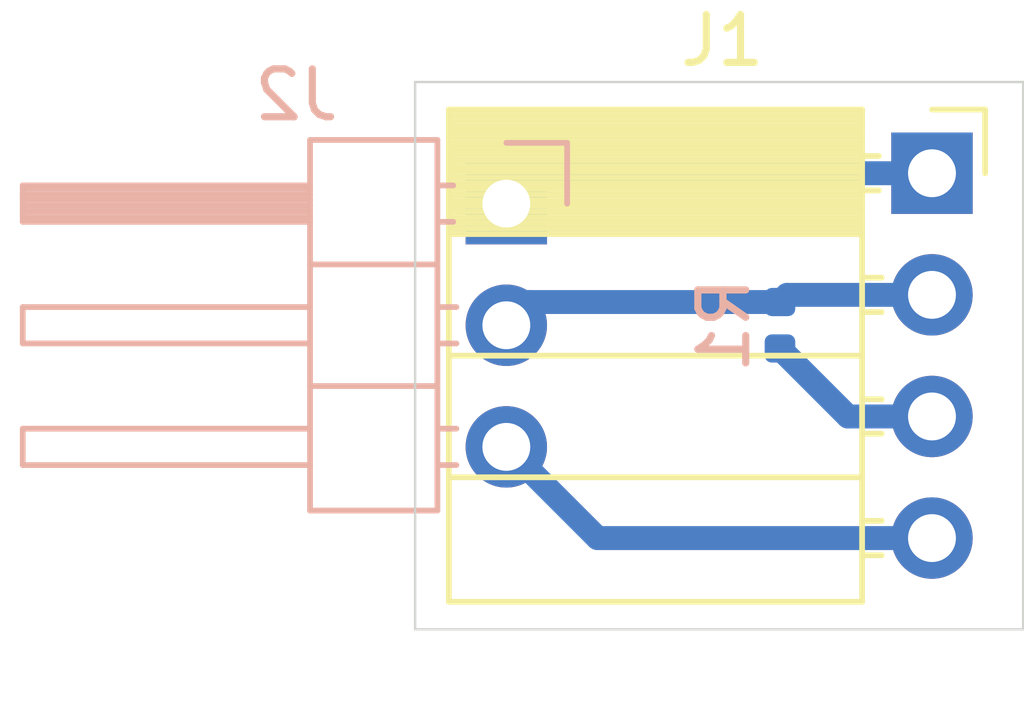
<source format=kicad_pcb>
(kicad_pcb (version 20171130) (host pcbnew 5.1.4-e60b266~84~ubuntu18.04.1)

  (general
    (thickness 1.6)
    (drawings 4)
    (tracks 10)
    (zones 0)
    (modules 3)
    (nets 5)
  )

  (page A4)
  (layers
    (0 F.Cu signal)
    (31 B.Cu signal)
    (32 B.Adhes user)
    (33 F.Adhes user)
    (34 B.Paste user)
    (35 F.Paste user)
    (36 B.SilkS user)
    (37 F.SilkS user)
    (38 B.Mask user)
    (39 F.Mask user)
    (40 Dwgs.User user)
    (41 Cmts.User user)
    (42 Eco1.User user)
    (43 Eco2.User user)
    (44 Edge.Cuts user)
    (45 Margin user)
    (46 B.CrtYd user)
    (47 F.CrtYd user)
    (48 B.Fab user)
    (49 F.Fab user)
  )

  (setup
    (last_trace_width 0.5)
    (trace_clearance 0.2)
    (zone_clearance 0.508)
    (zone_45_only no)
    (trace_min 0.2)
    (via_size 0.8)
    (via_drill 0.4)
    (via_min_size 0.4)
    (via_min_drill 0.3)
    (uvia_size 0.3)
    (uvia_drill 0.1)
    (uvias_allowed no)
    (uvia_min_size 0.2)
    (uvia_min_drill 0.1)
    (edge_width 0.05)
    (segment_width 0.2)
    (pcb_text_width 0.3)
    (pcb_text_size 1.5 1.5)
    (mod_edge_width 0.12)
    (mod_text_size 1 1)
    (mod_text_width 0.15)
    (pad_size 1.524 1.524)
    (pad_drill 0.762)
    (pad_to_mask_clearance 0.051)
    (solder_mask_min_width 0.25)
    (aux_axis_origin 0 0)
    (visible_elements FFFFFF7F)
    (pcbplotparams
      (layerselection 0x010fc_ffffffff)
      (usegerberextensions false)
      (usegerberattributes false)
      (usegerberadvancedattributes false)
      (creategerberjobfile false)
      (excludeedgelayer true)
      (linewidth 0.100000)
      (plotframeref false)
      (viasonmask false)
      (mode 1)
      (useauxorigin false)
      (hpglpennumber 1)
      (hpglpenspeed 20)
      (hpglpendiameter 15.000000)
      (psnegative false)
      (psa4output false)
      (plotreference true)
      (plotvalue true)
      (plotinvisibletext false)
      (padsonsilk false)
      (subtractmaskfromsilk false)
      (outputformat 1)
      (mirror false)
      (drillshape 0)
      (scaleselection 1)
      (outputdirectory "Gerber/"))
  )

  (net 0 "")
  (net 1 VDD)
  (net 2 "Net-(J1-Pad2)")
  (net 3 "Net-(J1-Pad3)")
  (net 4 GND)

  (net_class Default "This is the default net class."
    (clearance 0.2)
    (trace_width 0.5)
    (via_dia 0.8)
    (via_drill 0.4)
    (uvia_dia 0.3)
    (uvia_drill 0.1)
    (add_net GND)
    (add_net "Net-(J1-Pad2)")
    (add_net "Net-(J1-Pad3)")
    (add_net VDD)
  )

  (module Connector_PinHeader_2.54mm:PinHeader_1x03_P2.54mm_Horizontal (layer B.Cu) (tedit 59FED5CB) (tstamp 5DC8F43E)
    (at 64.135 38.1 180)
    (descr "Through hole angled pin header, 1x03, 2.54mm pitch, 6mm pin length, single row")
    (tags "Through hole angled pin header THT 1x03 2.54mm single row")
    (path /5DC8979F)
    (fp_text reference J2 (at 4.385 2.27) (layer B.SilkS)
      (effects (font (size 1 1) (thickness 0.15)) (justify mirror))
    )
    (fp_text value Conn_01x03 (at 4.385 -7.35) (layer B.Fab)
      (effects (font (size 1 1) (thickness 0.15)) (justify mirror))
    )
    (fp_text user %R (at 2.77 -2.54 270) (layer B.Fab)
      (effects (font (size 1 1) (thickness 0.15)) (justify mirror))
    )
    (fp_line (start 10.55 1.8) (end -1.8 1.8) (layer B.CrtYd) (width 0.05))
    (fp_line (start 10.55 -6.85) (end 10.55 1.8) (layer B.CrtYd) (width 0.05))
    (fp_line (start -1.8 -6.85) (end 10.55 -6.85) (layer B.CrtYd) (width 0.05))
    (fp_line (start -1.8 1.8) (end -1.8 -6.85) (layer B.CrtYd) (width 0.05))
    (fp_line (start -1.27 1.27) (end 0 1.27) (layer B.SilkS) (width 0.12))
    (fp_line (start -1.27 0) (end -1.27 1.27) (layer B.SilkS) (width 0.12))
    (fp_line (start 1.042929 -5.46) (end 1.44 -5.46) (layer B.SilkS) (width 0.12))
    (fp_line (start 1.042929 -4.7) (end 1.44 -4.7) (layer B.SilkS) (width 0.12))
    (fp_line (start 10.1 -5.46) (end 4.1 -5.46) (layer B.SilkS) (width 0.12))
    (fp_line (start 10.1 -4.7) (end 10.1 -5.46) (layer B.SilkS) (width 0.12))
    (fp_line (start 4.1 -4.7) (end 10.1 -4.7) (layer B.SilkS) (width 0.12))
    (fp_line (start 1.44 -3.81) (end 4.1 -3.81) (layer B.SilkS) (width 0.12))
    (fp_line (start 1.042929 -2.92) (end 1.44 -2.92) (layer B.SilkS) (width 0.12))
    (fp_line (start 1.042929 -2.16) (end 1.44 -2.16) (layer B.SilkS) (width 0.12))
    (fp_line (start 10.1 -2.92) (end 4.1 -2.92) (layer B.SilkS) (width 0.12))
    (fp_line (start 10.1 -2.16) (end 10.1 -2.92) (layer B.SilkS) (width 0.12))
    (fp_line (start 4.1 -2.16) (end 10.1 -2.16) (layer B.SilkS) (width 0.12))
    (fp_line (start 1.44 -1.27) (end 4.1 -1.27) (layer B.SilkS) (width 0.12))
    (fp_line (start 1.11 -0.38) (end 1.44 -0.38) (layer B.SilkS) (width 0.12))
    (fp_line (start 1.11 0.38) (end 1.44 0.38) (layer B.SilkS) (width 0.12))
    (fp_line (start 4.1 -0.28) (end 10.1 -0.28) (layer B.SilkS) (width 0.12))
    (fp_line (start 4.1 -0.16) (end 10.1 -0.16) (layer B.SilkS) (width 0.12))
    (fp_line (start 4.1 -0.04) (end 10.1 -0.04) (layer B.SilkS) (width 0.12))
    (fp_line (start 4.1 0.08) (end 10.1 0.08) (layer B.SilkS) (width 0.12))
    (fp_line (start 4.1 0.2) (end 10.1 0.2) (layer B.SilkS) (width 0.12))
    (fp_line (start 4.1 0.32) (end 10.1 0.32) (layer B.SilkS) (width 0.12))
    (fp_line (start 10.1 -0.38) (end 4.1 -0.38) (layer B.SilkS) (width 0.12))
    (fp_line (start 10.1 0.38) (end 10.1 -0.38) (layer B.SilkS) (width 0.12))
    (fp_line (start 4.1 0.38) (end 10.1 0.38) (layer B.SilkS) (width 0.12))
    (fp_line (start 4.1 1.33) (end 1.44 1.33) (layer B.SilkS) (width 0.12))
    (fp_line (start 4.1 -6.41) (end 4.1 1.33) (layer B.SilkS) (width 0.12))
    (fp_line (start 1.44 -6.41) (end 4.1 -6.41) (layer B.SilkS) (width 0.12))
    (fp_line (start 1.44 1.33) (end 1.44 -6.41) (layer B.SilkS) (width 0.12))
    (fp_line (start 4.04 -5.4) (end 10.04 -5.4) (layer B.Fab) (width 0.1))
    (fp_line (start 10.04 -4.76) (end 10.04 -5.4) (layer B.Fab) (width 0.1))
    (fp_line (start 4.04 -4.76) (end 10.04 -4.76) (layer B.Fab) (width 0.1))
    (fp_line (start -0.32 -5.4) (end 1.5 -5.4) (layer B.Fab) (width 0.1))
    (fp_line (start -0.32 -4.76) (end -0.32 -5.4) (layer B.Fab) (width 0.1))
    (fp_line (start -0.32 -4.76) (end 1.5 -4.76) (layer B.Fab) (width 0.1))
    (fp_line (start 4.04 -2.86) (end 10.04 -2.86) (layer B.Fab) (width 0.1))
    (fp_line (start 10.04 -2.22) (end 10.04 -2.86) (layer B.Fab) (width 0.1))
    (fp_line (start 4.04 -2.22) (end 10.04 -2.22) (layer B.Fab) (width 0.1))
    (fp_line (start -0.32 -2.86) (end 1.5 -2.86) (layer B.Fab) (width 0.1))
    (fp_line (start -0.32 -2.22) (end -0.32 -2.86) (layer B.Fab) (width 0.1))
    (fp_line (start -0.32 -2.22) (end 1.5 -2.22) (layer B.Fab) (width 0.1))
    (fp_line (start 4.04 -0.32) (end 10.04 -0.32) (layer B.Fab) (width 0.1))
    (fp_line (start 10.04 0.32) (end 10.04 -0.32) (layer B.Fab) (width 0.1))
    (fp_line (start 4.04 0.32) (end 10.04 0.32) (layer B.Fab) (width 0.1))
    (fp_line (start -0.32 -0.32) (end 1.5 -0.32) (layer B.Fab) (width 0.1))
    (fp_line (start -0.32 0.32) (end -0.32 -0.32) (layer B.Fab) (width 0.1))
    (fp_line (start -0.32 0.32) (end 1.5 0.32) (layer B.Fab) (width 0.1))
    (fp_line (start 1.5 0.635) (end 2.135 1.27) (layer B.Fab) (width 0.1))
    (fp_line (start 1.5 -6.35) (end 1.5 0.635) (layer B.Fab) (width 0.1))
    (fp_line (start 4.04 -6.35) (end 1.5 -6.35) (layer B.Fab) (width 0.1))
    (fp_line (start 4.04 1.27) (end 4.04 -6.35) (layer B.Fab) (width 0.1))
    (fp_line (start 2.135 1.27) (end 4.04 1.27) (layer B.Fab) (width 0.1))
    (pad 3 thru_hole oval (at 0 -5.08 180) (size 1.7 1.7) (drill 1) (layers *.Cu *.Mask)
      (net 4 GND))
    (pad 2 thru_hole oval (at 0 -2.54 180) (size 1.7 1.7) (drill 1) (layers *.Cu *.Mask)
      (net 2 "Net-(J1-Pad2)"))
    (pad 1 thru_hole rect (at 0 0 180) (size 1.7 1.7) (drill 1) (layers *.Cu *.Mask)
      (net 1 VDD))
    (model ${KISYS3DMOD}/Connector_PinHeader_2.54mm.3dshapes/PinHeader_1x03_P2.54mm_Horizontal.wrl
      (at (xyz 0 0 0))
      (scale (xyz 1 1 1))
      (rotate (xyz 0 0 0))
    )
  )

  (module Connector_PinSocket_2.54mm:PinSocket_1x04_P2.54mm_Horizontal (layer F.Cu) (tedit 5A19A424) (tstamp 5DC8E273)
    (at 73.025 37.465)
    (descr "Through hole angled socket strip, 1x04, 2.54mm pitch, 8.51mm socket length, single row (from Kicad 4.0.7), script generated")
    (tags "Through hole angled socket strip THT 1x04 2.54mm single row")
    (path /5DC8929A)
    (fp_text reference J1 (at -4.38 -2.77) (layer F.SilkS)
      (effects (font (size 1 1) (thickness 0.15)))
    )
    (fp_text value Conn_01x04 (at -4.38 10.39) (layer F.Fab)
      (effects (font (size 1 1) (thickness 0.15)))
    )
    (fp_line (start -10.03 -1.27) (end -2.49 -1.27) (layer F.Fab) (width 0.1))
    (fp_line (start -2.49 -1.27) (end -1.52 -0.3) (layer F.Fab) (width 0.1))
    (fp_line (start -1.52 -0.3) (end -1.52 8.89) (layer F.Fab) (width 0.1))
    (fp_line (start -1.52 8.89) (end -10.03 8.89) (layer F.Fab) (width 0.1))
    (fp_line (start -10.03 8.89) (end -10.03 -1.27) (layer F.Fab) (width 0.1))
    (fp_line (start 0 -0.3) (end -1.52 -0.3) (layer F.Fab) (width 0.1))
    (fp_line (start -1.52 0.3) (end 0 0.3) (layer F.Fab) (width 0.1))
    (fp_line (start 0 0.3) (end 0 -0.3) (layer F.Fab) (width 0.1))
    (fp_line (start 0 2.24) (end -1.52 2.24) (layer F.Fab) (width 0.1))
    (fp_line (start -1.52 2.84) (end 0 2.84) (layer F.Fab) (width 0.1))
    (fp_line (start 0 2.84) (end 0 2.24) (layer F.Fab) (width 0.1))
    (fp_line (start 0 4.78) (end -1.52 4.78) (layer F.Fab) (width 0.1))
    (fp_line (start -1.52 5.38) (end 0 5.38) (layer F.Fab) (width 0.1))
    (fp_line (start 0 5.38) (end 0 4.78) (layer F.Fab) (width 0.1))
    (fp_line (start 0 7.32) (end -1.52 7.32) (layer F.Fab) (width 0.1))
    (fp_line (start -1.52 7.92) (end 0 7.92) (layer F.Fab) (width 0.1))
    (fp_line (start 0 7.92) (end 0 7.32) (layer F.Fab) (width 0.1))
    (fp_line (start -10.09 -1.21) (end -1.46 -1.21) (layer F.SilkS) (width 0.12))
    (fp_line (start -10.09 -1.091905) (end -1.46 -1.091905) (layer F.SilkS) (width 0.12))
    (fp_line (start -10.09 -0.97381) (end -1.46 -0.97381) (layer F.SilkS) (width 0.12))
    (fp_line (start -10.09 -0.855715) (end -1.46 -0.855715) (layer F.SilkS) (width 0.12))
    (fp_line (start -10.09 -0.73762) (end -1.46 -0.73762) (layer F.SilkS) (width 0.12))
    (fp_line (start -10.09 -0.619525) (end -1.46 -0.619525) (layer F.SilkS) (width 0.12))
    (fp_line (start -10.09 -0.50143) (end -1.46 -0.50143) (layer F.SilkS) (width 0.12))
    (fp_line (start -10.09 -0.383335) (end -1.46 -0.383335) (layer F.SilkS) (width 0.12))
    (fp_line (start -10.09 -0.26524) (end -1.46 -0.26524) (layer F.SilkS) (width 0.12))
    (fp_line (start -10.09 -0.147145) (end -1.46 -0.147145) (layer F.SilkS) (width 0.12))
    (fp_line (start -10.09 -0.02905) (end -1.46 -0.02905) (layer F.SilkS) (width 0.12))
    (fp_line (start -10.09 0.089045) (end -1.46 0.089045) (layer F.SilkS) (width 0.12))
    (fp_line (start -10.09 0.20714) (end -1.46 0.20714) (layer F.SilkS) (width 0.12))
    (fp_line (start -10.09 0.325235) (end -1.46 0.325235) (layer F.SilkS) (width 0.12))
    (fp_line (start -10.09 0.44333) (end -1.46 0.44333) (layer F.SilkS) (width 0.12))
    (fp_line (start -10.09 0.561425) (end -1.46 0.561425) (layer F.SilkS) (width 0.12))
    (fp_line (start -10.09 0.67952) (end -1.46 0.67952) (layer F.SilkS) (width 0.12))
    (fp_line (start -10.09 0.797615) (end -1.46 0.797615) (layer F.SilkS) (width 0.12))
    (fp_line (start -10.09 0.91571) (end -1.46 0.91571) (layer F.SilkS) (width 0.12))
    (fp_line (start -10.09 1.033805) (end -1.46 1.033805) (layer F.SilkS) (width 0.12))
    (fp_line (start -10.09 1.1519) (end -1.46 1.1519) (layer F.SilkS) (width 0.12))
    (fp_line (start -1.46 -0.36) (end -1.11 -0.36) (layer F.SilkS) (width 0.12))
    (fp_line (start -1.46 0.36) (end -1.11 0.36) (layer F.SilkS) (width 0.12))
    (fp_line (start -1.46 2.18) (end -1.05 2.18) (layer F.SilkS) (width 0.12))
    (fp_line (start -1.46 2.9) (end -1.05 2.9) (layer F.SilkS) (width 0.12))
    (fp_line (start -1.46 4.72) (end -1.05 4.72) (layer F.SilkS) (width 0.12))
    (fp_line (start -1.46 5.44) (end -1.05 5.44) (layer F.SilkS) (width 0.12))
    (fp_line (start -1.46 7.26) (end -1.05 7.26) (layer F.SilkS) (width 0.12))
    (fp_line (start -1.46 7.98) (end -1.05 7.98) (layer F.SilkS) (width 0.12))
    (fp_line (start -10.09 1.27) (end -1.46 1.27) (layer F.SilkS) (width 0.12))
    (fp_line (start -10.09 3.81) (end -1.46 3.81) (layer F.SilkS) (width 0.12))
    (fp_line (start -10.09 6.35) (end -1.46 6.35) (layer F.SilkS) (width 0.12))
    (fp_line (start -10.09 -1.33) (end -1.46 -1.33) (layer F.SilkS) (width 0.12))
    (fp_line (start -1.46 -1.33) (end -1.46 8.95) (layer F.SilkS) (width 0.12))
    (fp_line (start -10.09 8.95) (end -1.46 8.95) (layer F.SilkS) (width 0.12))
    (fp_line (start -10.09 -1.33) (end -10.09 8.95) (layer F.SilkS) (width 0.12))
    (fp_line (start 1.11 -1.33) (end 1.11 0) (layer F.SilkS) (width 0.12))
    (fp_line (start 0 -1.33) (end 1.11 -1.33) (layer F.SilkS) (width 0.12))
    (fp_line (start 1.75 -1.75) (end -10.55 -1.75) (layer F.CrtYd) (width 0.05))
    (fp_line (start -10.55 -1.75) (end -10.55 9.45) (layer F.CrtYd) (width 0.05))
    (fp_line (start -10.55 9.45) (end 1.75 9.45) (layer F.CrtYd) (width 0.05))
    (fp_line (start 1.75 9.45) (end 1.75 -1.75) (layer F.CrtYd) (width 0.05))
    (fp_text user %R (at -5.775 3.81 90) (layer F.Fab)
      (effects (font (size 1 1) (thickness 0.15)))
    )
    (pad 1 thru_hole rect (at 0 0) (size 1.7 1.7) (drill 1) (layers *.Cu *.Mask)
      (net 1 VDD))
    (pad 2 thru_hole oval (at 0 2.54) (size 1.7 1.7) (drill 1) (layers *.Cu *.Mask)
      (net 2 "Net-(J1-Pad2)"))
    (pad 3 thru_hole oval (at 0 5.08) (size 1.7 1.7) (drill 1) (layers *.Cu *.Mask)
      (net 3 "Net-(J1-Pad3)"))
    (pad 4 thru_hole oval (at 0 7.62) (size 1.7 1.7) (drill 1) (layers *.Cu *.Mask)
      (net 4 GND))
    (model ${KISYS3DMOD}/Connector_PinSocket_2.54mm.3dshapes/PinSocket_1x04_P2.54mm_Horizontal.wrl
      (at (xyz 0 0 0))
      (scale (xyz 1 1 1))
      (rotate (xyz 0 0 0))
    )
  )

  (module Resistor_SMD:R_0402_1005Metric (layer B.Cu) (tedit 5B301BBD) (tstamp 5DC8F8DB)
    (at 69.85 40.64 270)
    (descr "Resistor SMD 0402 (1005 Metric), square (rectangular) end terminal, IPC_7351 nominal, (Body size source: http://www.tortai-tech.com/upload/download/2011102023233369053.pdf), generated with kicad-footprint-generator")
    (tags resistor)
    (path /5DC927D8)
    (attr smd)
    (fp_text reference R1 (at 0 1.17 270) (layer B.SilkS)
      (effects (font (size 1 1) (thickness 0.15)) (justify mirror))
    )
    (fp_text value 1K (at 0 -1.17 270) (layer B.Fab)
      (effects (font (size 1 1) (thickness 0.15)) (justify mirror))
    )
    (fp_line (start -0.5 -0.25) (end -0.5 0.25) (layer B.Fab) (width 0.1))
    (fp_line (start -0.5 0.25) (end 0.5 0.25) (layer B.Fab) (width 0.1))
    (fp_line (start 0.5 0.25) (end 0.5 -0.25) (layer B.Fab) (width 0.1))
    (fp_line (start 0.5 -0.25) (end -0.5 -0.25) (layer B.Fab) (width 0.1))
    (fp_line (start -0.93 -0.47) (end -0.93 0.47) (layer B.CrtYd) (width 0.05))
    (fp_line (start -0.93 0.47) (end 0.93 0.47) (layer B.CrtYd) (width 0.05))
    (fp_line (start 0.93 0.47) (end 0.93 -0.47) (layer B.CrtYd) (width 0.05))
    (fp_line (start 0.93 -0.47) (end -0.93 -0.47) (layer B.CrtYd) (width 0.05))
    (fp_text user %R (at 0 0 270) (layer B.Fab)
      (effects (font (size 0.25 0.25) (thickness 0.04)) (justify mirror))
    )
    (pad 1 smd roundrect (at -0.485 0 270) (size 0.59 0.64) (layers B.Cu B.Paste B.Mask) (roundrect_rratio 0.25)
      (net 2 "Net-(J1-Pad2)"))
    (pad 2 smd roundrect (at 0.485 0 270) (size 0.59 0.64) (layers B.Cu B.Paste B.Mask) (roundrect_rratio 0.25)
      (net 3 "Net-(J1-Pad3)"))
    (model ${KISYS3DMOD}/Resistor_SMD.3dshapes/R_0402_1005Metric.wrl
      (at (xyz 0 0 0))
      (scale (xyz 1 1 1))
      (rotate (xyz 0 0 0))
    )
  )

  (gr_line (start 74.93 35.56) (end 62.23 35.56) (layer Edge.Cuts) (width 0.05) (tstamp 5DC8F4FD))
  (gr_line (start 74.93 46.99) (end 74.93 35.56) (layer Edge.Cuts) (width 0.05))
  (gr_line (start 62.23 46.99) (end 74.93 46.99) (layer Edge.Cuts) (width 0.05))
  (gr_line (start 62.23 35.56) (end 62.23 46.99) (layer Edge.Cuts) (width 0.05))

  (segment (start 64.77 37.465) (end 64.135 38.1) (width 0.5) (layer B.Cu) (net 1))
  (segment (start 73.025 37.465) (end 64.77 37.465) (width 0.5) (layer B.Cu) (net 1))
  (segment (start 70 40.005) (end 69.85 40.155) (width 0.5) (layer B.Cu) (net 2))
  (segment (start 73.025 40.005) (end 70 40.005) (width 0.5) (layer B.Cu) (net 2))
  (segment (start 64.62 40.155) (end 64.135 40.64) (width 0.5) (layer B.Cu) (net 2))
  (segment (start 69.85 40.155) (end 64.62 40.155) (width 0.5) (layer B.Cu) (net 2))
  (segment (start 71.27 42.545) (end 69.85 41.125) (width 0.5) (layer B.Cu) (net 3))
  (segment (start 73.025 42.545) (end 71.27 42.545) (width 0.5) (layer B.Cu) (net 3))
  (segment (start 66.04 45.085) (end 64.135 43.18) (width 0.5) (layer B.Cu) (net 4))
  (segment (start 73.025 45.085) (end 66.04 45.085) (width 0.5) (layer B.Cu) (net 4))

)

</source>
